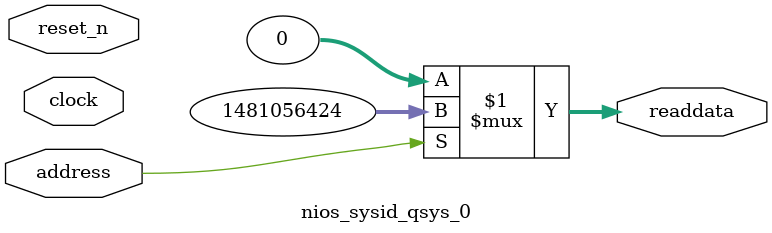
<source format=v>

`timescale 1ns / 1ps
// synthesis translate_on

// turn off superfluous verilog processor warnings 
// altera message_level Level1 
// altera message_off 10034 10035 10036 10037 10230 10240 10030 

module nios_sysid_qsys_0 (
               // inputs:
                address,
                clock,
                reset_n,

               // outputs:
                readdata
             )
;

  output  [ 31: 0] readdata;
  input            address;
  input            clock;
  input            reset_n;

  wire    [ 31: 0] readdata;
  //control_slave, which is an e_avalon_slave
  assign readdata = address ? 1481056424 : 0;

endmodule




</source>
